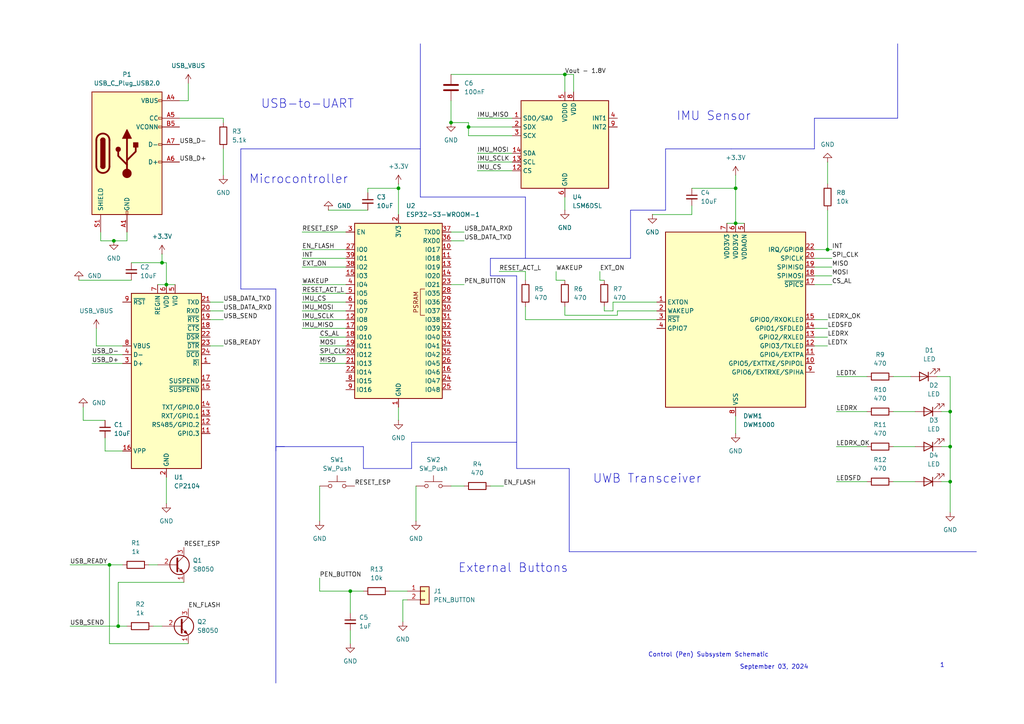
<source format=kicad_sch>
(kicad_sch (version 20231120) (generator "eeschema") (generator_version "8.0")
  (paper "A4")
  (lib_symbols
    (symbol "Connector:USB_C_Plug_USB2.0" (pin_names (offset 1.016))
      (property "Reference" "P" (at -10.16 19.05 0))
      (property "Value" "USB_C_Plug_USB2.0" (at 12.7 19.05 0))
      (symbol "USB_C_Plug_USB2.0_0_0"
        (rectangle (start -0.254 -17.78) (end 0.254 -16.764))
        (rectangle (start 10.16 -2.286) (end 9.144 -2.794))
        (rectangle (start 10.16 2.794) (end 9.144 2.286))
        (rectangle (start 10.16 7.874) (end 9.144 7.366))
        (rectangle (start 10.16 10.414) (end 9.144 9.906))
        (rectangle (start 10.16 15.494) (end 9.144 14.986))
      )
      (symbol "USB_C_Plug_USB2.0_0_1"
        (rectangle (start -10.16 17.78) (end 10.16 -17.78) (stroke (width 0.254)) (fill (type background)))
        (arc (start -8.89 -3.81) (mid -6.985 -5.7067) (end -5.08 -3.81) (stroke (width 0.508)))
        (arc (start -7.62 -3.81) (mid -6.985 -4.4423) (end -6.35 -3.81) (stroke (width 0.254)))
        (arc (start -7.62 -3.81) (mid -6.985 -4.4423) (end -6.35 -3.81) (stroke (width 0.254)) (fill (type outline)))
        (rectangle (start -7.62 -3.81) (end -6.35 3.81) (stroke (width 0.254)) (fill (type outline)))
        (arc (start -6.35 3.81) (mid -6.985 4.4423) (end -7.62 3.81) (stroke (width 0.254)))
        (arc (start -6.35 3.81) (mid -6.985 4.4423) (end -7.62 3.81) (stroke (width 0.254)) (fill (type outline)))
        (arc (start -5.08 3.81) (mid -6.985 5.7067) (end -8.89 3.81) (stroke (width 0.508)))
        (circle (center -2.54 1.143) (radius 0.635) (stroke (width 0.254)) (fill (type outline)))
        (circle (center 0 -5.842) (radius 1.27) (fill (type outline)))
        (polyline (pts (xy -8.89 -3.81) (xy -8.89 3.81)) (stroke (width 0.508)))
        (polyline (pts (xy -5.08 3.81) (xy -5.08 -3.81)) (stroke (width 0.508)))
        (polyline (pts (xy 0 -5.842) (xy 0 4.318)) (stroke (width 0.508)))
        (polyline (pts (xy 0 -3.302) (xy -2.54 -0.762) (xy -2.54 0.508)) (stroke (width 0.508)))
        (polyline (pts (xy 0 -2.032) (xy 2.54 0.508) (xy 2.54 1.778)) (stroke (width 0.508)))
        (polyline (pts (xy -1.27 4.318) (xy 0 6.858) (xy 1.27 4.318) (xy -1.27 4.318)) (stroke (width 0.254)) (fill (type outline)))
        (rectangle (start 1.905 1.778) (end 3.175 3.048) (stroke (width 0.254)) (fill (type outline)))
      )
      (symbol "USB_C_Plug_USB2.0_1_1"
        (pin passive line (at 0 -22.86 90) (length 5.08) (name "GND") (number "A1"))
        (pin passive line (at 0 -22.86 90) (length 5.08) hide (name "GND") (number "A12"))
        (pin passive line (at 15.24 15.24 180) (length 5.08) (name "VBUS") (number "A4"))
        (pin bidirectional line (at 15.24 10.16 180) (length 5.08) (name "CC") (number "A5"))
        (pin bidirectional line (at 15.24 -2.54 180) (length 5.08) (name "D+") (number "A6"))
        (pin bidirectional line (at 15.24 2.54 180) (length 5.08) (name "D-") (number "A7"))
        (pin passive line (at 15.24 15.24 180) (length 5.08) hide (name "VBUS") (number "A9"))
        (pin passive line (at 0 -22.86 90) (length 5.08) hide (name "GND") (number "B1"))
        (pin passive line (at 0 -22.86 90) (length 5.08) hide (name "GND") (number "B12"))
        (pin passive line (at 15.24 15.24 180) (length 5.08) hide (name "VBUS") (number "B4"))
        (pin bidirectional line (at 15.24 7.62 180) (length 5.08) (name "VCONN") (number "B5"))
        (pin passive line (at 15.24 15.24 180) (length 5.08) hide (name "VBUS") (number "B9"))
        (pin passive line (at -7.62 -22.86 90) (length 5.08) (name "SHIELD") (number "S1"))
      )
    )
    (symbol "Connector_Generic:Conn_01x02" (pin_names (offset 1.016) hide)
      (property "Reference" "J" (at 0 2.54 0))
      (property "Value" "Conn_01x02" (at 0 -5.08 0))
      (symbol "Conn_01x02_1_1"
        (rectangle (start -1.27 -2.413) (end 0 -2.667) (stroke (width 0.1524)))
        (rectangle (start -1.27 0.127) (end 0 -0.127) (stroke (width 0.1524)))
        (rectangle (start -1.27 1.27) (end 1.27 -3.81) (stroke (width 0.254)) (fill (type background)))
        (pin passive line (at -5.08 0 0) (length 3.81) (name "Pin_1") (number "1"))
        (pin passive line (at -5.08 -2.54 0) (length 3.81) (name "Pin_2") (number "2"))
      )
    )
    (symbol "Device:C" (pin_numbers hide) (pin_names (offset 0.254))
      (property "Reference" "C" (at 0.635 2.54 0))
      (property "Value" "C" (at 0.635 -2.54 0))
      (symbol "C_0_1"
        (polyline (pts (xy -2.032 -0.762) (xy 2.032 -0.762)) (stroke (width 0.508)))
        (polyline (pts (xy -2.032 0.762) (xy 2.032 0.762)) (stroke (width 0.508)))
      )
      (symbol "C_1_1"
        (pin passive line (at 0 3.81 270) (length 2.794) (name "~") (number "1"))
        (pin passive line (at 0 -3.81 90) (length 2.794) (name "~") (number "2"))
      )
    )
    (symbol "Device:C_Small" (pin_numbers hide) (pin_names (offset 0.254) hide)
      (property "Reference" "C" (at 0.254 1.778 0))
      (property "Value" "C_Small" (at 0.254 -2.032 0))
      (symbol "C_Small_0_1"
        (polyline (pts (xy -1.524 -0.508) (xy 1.524 -0.508)) (stroke (width 0.3302)))
        (polyline (pts (xy -1.524 0.508) (xy 1.524 0.508)) (stroke (width 0.3048)))
      )
      (symbol "C_Small_1_1"
        (pin passive line (at 0 2.54 270) (length 2.032) (name "~") (number "1"))
        (pin passive line (at 0 -2.54 90) (length 2.032) (name "~") (number "2"))
      )
    )
    (symbol "Device:LED" (pin_numbers hide) (pin_names (offset 1.016) hide)
      (property "Reference" "D" (at 0 2.54 0))
      (property "Value" "LED" (at 0 -2.54 0))
      (symbol "LED_0_1"
        (polyline (pts (xy -1.27 -1.27) (xy -1.27 1.27)) (stroke (width 0.254)))
        (polyline (pts (xy -1.27 0) (xy 1.27 0)))
        (polyline (pts (xy 1.27 -1.27) (xy 1.27 1.27) (xy -1.27 0) (xy 1.27 -1.27)) (stroke (width 0.254)))
        (polyline (pts (xy -3.048 -0.762) (xy -4.572 -2.286) (xy -3.81 -2.286) (xy -4.572 -2.286) (xy -4.572 -1.524)))
        (polyline (pts (xy -1.778 -0.762) (xy -3.302 -2.286) (xy -2.54 -2.286) (xy -3.302 -2.286) (xy -3.302 -1.524)))
      )
      (symbol "LED_1_1"
        (pin passive line (at -3.81 0 0) (length 2.54) (name "K") (number "1"))
        (pin passive line (at 3.81 0 180) (length 2.54) (name "A") (number "2"))
      )
    )
    (symbol "Device:R" (pin_numbers hide) (pin_names (offset 0))
      (property "Reference" "R" (at 2.032 0 90))
      (property "Value" "R" (at 0 0 90))
      (symbol "R_0_1"
        (rectangle (start -1.016 -2.54) (end 1.016 2.54) (stroke (width 0.254)))
      )
      (symbol "R_1_1"
        (pin passive line (at 0 3.81 270) (length 1.27) (name "~") (number "1"))
        (pin passive line (at 0 -3.81 90) (length 1.27) (name "~") (number "2"))
      )
    )
    (symbol "Interface_USB:CP2104"
      (property "Reference" "U" (at -5.08 28.575 0))
      (property "Value" "CP2104" (at -5.08 26.67 0))
      (symbol "CP2104_1_1"
        (rectangle (start -10.16 25.4) (end 10.16 -25.4) (stroke (width 0.254)) (fill (type background)))
        (pin input line (at 12.7 5.08 180) (length 2.54) (name "~{RI}") (number "1"))
        (pin no_connect line (at 10.16 -20.32 180) (length 2.54) hide (name "NC") (number "10"))
        (pin bidirectional line (at 12.7 -15.24 180) (length 2.54) (name "GPIO.3") (number "11"))
        (pin bidirectional line (at 12.7 -12.7 180) (length 2.54) (name "RS485/GPIO.2") (number "12"))
        (pin bidirectional line (at 12.7 -10.16 180) (length 2.54) (name "RXT/GPIO.1") (number "13"))
        (pin bidirectional line (at 12.7 -7.62 180) (length 2.54) (name "TXT/GPIO.0") (number "14"))
        (pin output line (at 12.7 -2.54 180) (length 2.54) (name "~{SUSPEND}") (number "15"))
        (pin passive line (at -12.7 -20.32 0) (length 2.54) (name "VPP") (number "16"))
        (pin output line (at 12.7 0 180) (length 2.54) (name "SUSPEND") (number "17"))
        (pin input line (at 12.7 15.24 180) (length 2.54) (name "~{CTS}") (number "18"))
        (pin output line (at 12.7 17.78 180) (length 2.54) (name "~{RTS}") (number "19"))
        (pin power_in line (at 0 -27.94 90) (length 2.54) (name "GND") (number "2"))
        (pin input line (at 12.7 20.32 180) (length 2.54) (name "RXD") (number "20"))
        (pin output line (at 12.7 22.86 180) (length 2.54) (name "TXD") (number "21"))
        (pin input line (at 12.7 12.7 180) (length 2.54) (name "~{DSR}") (number "22"))
        (pin output line (at 12.7 10.16 180) (length 2.54) (name "~{DTR}") (number "23"))
        (pin input line (at 12.7 7.62 180) (length 2.54) (name "~{DCD}") (number "24"))
        (pin passive line (at 0 -27.94 90) (length 2.54) hide (name "GND") (number "25"))
        (pin bidirectional line (at -12.7 5.08 0) (length 2.54) (name "D+") (number "3"))
        (pin bidirectional line (at -12.7 7.62 0) (length 2.54) (name "D-") (number "4"))
        (pin power_in line (at 2.54 27.94 270) (length 2.54) (name "VIO") (number "5"))
        (pin power_in line (at 0 27.94 270) (length 2.54) (name "VDD") (number "6"))
        (pin power_in line (at -2.54 27.94 270) (length 2.54) (name "REGIN") (number "7"))
        (pin input line (at -12.7 10.16 0) (length 2.54) (name "VBUS") (number "8"))
        (pin bidirectional line (at -12.7 22.86 0) (length 2.54) (name "~{RST}") (number "9"))
      )
    )
    (symbol "RF_Module:DWM1000"
      (property "Reference" "DWM" (at -17.78 26.67 0))
      (property "Value" "DWM1000" (at 15.875 26.67 0))
      (symbol "DWM1000_0_1"
        (rectangle (start -20.32 25.4) (end 20.32 -25.4) (stroke (width 0.254)) (fill (type background)))
      )
      (symbol "DWM1000_1_1"
        (pin output line (at -22.86 5.08 0) (length 2.54) (name "EXTON") (number "1"))
        (pin bidirectional line (at 22.86 -12.7 180) (length 2.54) (name "GPIO5/EXTTXE/SPIPOL") (number "10"))
        (pin bidirectional line (at 22.86 -10.16 180) (length 2.54) (name "GPIO4/EXTPA") (number "11"))
        (pin bidirectional line (at 22.86 -7.62 180) (length 2.54) (name "GPIO3/TXLED") (number "12"))
        (pin bidirectional line (at 22.86 -5.08 180) (length 2.54) (name "GPIO2/RXLED") (number "13"))
        (pin bidirectional line (at 22.86 -2.54 180) (length 2.54) (name "GPIO1/SFDLED") (number "14"))
        (pin bidirectional line (at 22.86 0 180) (length 2.54) (name "GPIO0/RXOKLED") (number "15"))
        (pin passive line (at 0 -27.94 90) (length 2.54) hide (name "VSS") (number "16"))
        (pin input line (at 22.86 10.16 180) (length 2.54) (name "~{SPICS}") (number "17"))
        (pin input line (at 22.86 12.7 180) (length 2.54) (name "SPIMOSI") (number "18"))
        (pin output line (at 22.86 15.24 180) (length 2.54) (name "SPIMISO") (number "19"))
        (pin bidirectional line (at -22.86 2.54 0) (length 2.54) (name "WAKEUP") (number "2"))
        (pin input line (at 22.86 17.78 180) (length 2.54) (name "SPICLK") (number "20"))
        (pin passive line (at 0 -27.94 90) (length 2.54) hide (name "VSS") (number "21"))
        (pin bidirectional line (at 22.86 20.32 180) (length 2.54) (name "IRQ/GPIO8") (number "22"))
        (pin passive line (at 0 -27.94 90) (length 2.54) hide (name "VSS") (number "23"))
        (pin passive line (at 0 -27.94 90) (length 2.54) hide (name "VSS") (number "24"))
        (pin bidirectional line (at -22.86 0 0) (length 2.54) (name "~{RST}") (number "3"))
        (pin bidirectional line (at -22.86 -2.54 0) (length 2.54) (name "GPIO7") (number "4"))
        (pin power_in line (at 2.54 27.94 270) (length 2.54) (name "VDDAON") (number "5"))
        (pin power_in line (at 0 27.94 270) (length 2.54) (name "VDD3V3") (number "6"))
        (pin power_in line (at -2.54 27.94 270) (length 2.54) (name "VDD3V3") (number "7"))
        (pin power_in line (at 0 -27.94 90) (length 2.54) (name "VSS") (number "8"))
        (pin bidirectional line (at 22.86 -15.24 180) (length 2.54) (name "GPIO6/EXTRXE/SPIHA") (number "9"))
      )
    )
    (symbol "RF_Module:ESP32-S3-WROOM-1"
      (property "Reference" "U" (at -12.7 26.67 0))
      (property "Value" "ESP32-S3-WROOM-1" (at 12.7 26.67 0))
      (symbol "ESP32-S3-WROOM-1_0_0"
        (rectangle (start -12.7 25.4) (end 12.7 -25.4) (stroke (width 0.254)) (fill (type background)))
        (text "PSRAM" (at 5.08 2.54 900) (effects (font (size 1.27 1.27))))
      )
      (symbol "ESP32-S3-WROOM-1_0_1"
        (polyline (pts (xy 7.62 -1.27) (xy 6.35 -1.27) (xy 6.35 6.35) (xy 7.62 6.35)))
      )
      (symbol "ESP32-S3-WROOM-1_1_1"
        (pin power_in line (at 0 -27.94 90) (length 2.54) (name "GND") (number "1"))
        (pin bidirectional line (at 15.24 17.78 180) (length 2.54) (name "IO17") (number "10"))
        (pin bidirectional line (at 15.24 15.24 180) (length 2.54) (name "IO18") (number "11"))
        (pin bidirectional line (at -15.24 -2.54 0) (length 2.54) (name "IO8") (number "12"))
        (pin bidirectional line (at 15.24 12.7 180) (length 2.54) (name "IO19") (number "13"))
        (pin bidirectional line (at 15.24 10.16 180) (length 2.54) (name "IO20") (number "14"))
        (pin bidirectional line (at -15.24 10.16 0) (length 2.54) (name "IO3") (number "15"))
        (pin bidirectional line (at 15.24 -17.78 180) (length 2.54) (name "IO46") (number "16"))
        (pin bidirectional line (at -15.24 -5.08 0) (length 2.54) (name "IO9") (number "17"))
        (pin bidirectional line (at -15.24 -7.62 0) (length 2.54) (name "IO10") (number "18"))
        (pin bidirectional line (at -15.24 -10.16 0) (length 2.54) (name "IO11") (number "19"))
        (pin power_in line (at 0 27.94 270) (length 2.54) (name "3V3") (number "2"))
        (pin bidirectional line (at -15.24 -12.7 0) (length 2.54) (name "IO12") (number "20"))
        (pin bidirectional line (at -15.24 -15.24 0) (length 2.54) (name "IO13") (number "21"))
        (pin bidirectional line (at -15.24 -17.78 0) (length 2.54) (name "IO14") (number "22"))
        (pin bidirectional line (at 15.24 7.62 180) (length 2.54) (name "IO21") (number "23"))
        (pin bidirectional line (at 15.24 -20.32 180) (length 2.54) (name "IO47") (number "24"))
        (pin bidirectional line (at 15.24 -22.86 180) (length 2.54) (name "IO48") (number "25"))
        (pin bidirectional line (at 15.24 -15.24 180) (length 2.54) (name "IO45") (number "26"))
        (pin bidirectional line (at -15.24 17.78 0) (length 2.54) (name "IO0") (number "27"))
        (pin bidirectional line (at 15.24 5.08 180) (length 2.54) (name "IO35") (number "28"))
        (pin bidirectional line (at 15.24 2.54 180) (length 2.54) (name "IO36") (number "29"))
        (pin input line (at -15.24 22.86 0) (length 2.54) (name "EN") (number "3"))
        (pin bidirectional line (at 15.24 0 180) (length 2.54) (name "IO37") (number "30"))
        (pin bidirectional line (at 15.24 -2.54 180) (length 2.54) (name "IO38") (number "31"))
        (pin bidirectional line (at 15.24 -5.08 180) (length 2.54) (name "IO39") (number "32"))
        (pin bidirectional line (at 15.24 -7.62 180) (length 2.54) (name "IO40") (number "33"))
        (pin bidirectional line (at 15.24 -10.16 180) (length 2.54) (name "IO41") (number "34"))
        (pin bidirectional line (at 15.24 -12.7 180) (length 2.54) (name "IO42") (number "35"))
        (pin bidirectional line (at 15.24 20.32 180) (length 2.54) (name "RXD0") (number "36"))
        (pin bidirectional line (at 15.24 22.86 180) (length 2.54) (name "TXD0") (number "37"))
        (pin bidirectional line (at -15.24 12.7 0) (length 2.54) (name "IO2") (number "38"))
        (pin bidirectional line (at -15.24 15.24 0) (length 2.54) (name "IO1") (number "39"))
        (pin bidirectional line (at -15.24 7.62 0) (length 2.54) (name "IO4") (number "4"))
        (pin passive line (at 0 -27.94 90) (length 2.54) hide (name "GND") (number "40"))
        (pin passive line (at 0 -27.94 90) (length 2.54) hide (name "GND") (number "41"))
        (pin bidirectional line (at -15.24 5.08 0) (length 2.54) (name "IO5") (number "5"))
        (pin bidirectional line (at -15.24 2.54 0) (length 2.54) (name "IO6") (number "6"))
        (pin bidirectional line (at -15.24 0 0) (length 2.54) (name "IO7") (number "7"))
        (pin bidirectional line (at -15.24 -20.32 0) (length 2.54) (name "IO15") (number "8"))
        (pin bidirectional line (at -15.24 -22.86 0) (length 2.54) (name "IO16") (number "9"))
      )
    )
    (symbol "Sensor_Motion:LSM6DSL"
      (property "Reference" "U" (at -11.43 15.24 0))
      (property "Value" "LSM6DSL" (at -11.43 12.7 0))
      (symbol "LSM6DSL_0_1"
        (rectangle (start -12.7 12.7) (end 12.7 -12.7) (stroke (width 0.254)) (fill (type background)))
      )
      (symbol "LSM6DSL_1_1"
        (pin bidirectional line (at -15.24 7.62 0) (length 2.54) (name "SDO/SA0") (number "1"))
        (pin no_connect line (at 12.7 -5.08 180) (length 3.81) hide (name "NC") (number "10"))
        (pin no_connect line (at 12.7 -2.54 180) (length 3.81) hide (name "NC") (number "11"))
        (pin input line (at -15.24 -7.62 0) (length 2.54) (name "CS") (number "12"))
        (pin input line (at -15.24 -5.08 0) (length 2.54) (name "SCL") (number "13"))
        (pin bidirectional line (at -15.24 -2.54 0) (length 2.54) (name "SDA") (number "14"))
        (pin bidirectional line (at -15.24 5.08 0) (length 2.54) (name "SDX") (number "2"))
        (pin input line (at -15.24 2.54 0) (length 2.54) (name "SCX") (number "3"))
        (pin output line (at 15.24 7.62 180) (length 2.54) (name "INT1") (number "4"))
        (pin power_in line (at 0 15.24 270) (length 2.54) (name "VDDIO") (number "5"))
        (pin power_in line (at 0 -15.24 90) (length 2.54) (name "GND") (number "6"))
        (pin passive line (at 0 -15.24 90) (length 2.54) hide (name "GND") (number "7"))
        (pin power_in line (at 2.54 15.24 270) (length 2.54) (name "VDD") (number "8"))
        (pin output line (at 15.24 5.08 180) (length 2.54) (name "INT2") (number "9"))
      )
    )
    (symbol "Switch:SW_Push" (pin_numbers hide) (pin_names (offset 1.016) hide)
      (property "Reference" "SW" (at 1.27 2.54 0))
      (property "Value" "SW_Push" (at 0 -1.524 0))
      (symbol "SW_Push_0_1"
        (circle (center -2.032 0) (radius 0.508))
        (polyline (pts (xy 0 1.27) (xy 0 3.048)))
        (polyline (pts (xy 2.54 1.27) (xy -2.54 1.27)))
        (circle (center 2.032 0) (radius 0.508))
        (pin passive line (at -5.08 0 0) (length 2.54) (name "1") (number "1"))
        (pin passive line (at 5.08 0 180) (length 2.54) (name "2") (number "2"))
      )
    )
    (symbol "Transistor_BJT:S8050" (pin_names (offset 0) hide)
      (property "Reference" "Q" (at 5.08 1.905 0))
      (property "Value" "S8050" (at 5.08 0 0))
      (symbol "S8050_0_1"
        (polyline (pts (xy 0 0) (xy 0.635 0)))
        (polyline (pts (xy 0.635 0.635) (xy 2.54 2.54)))
        (polyline (pts (xy 0.635 -0.635) (xy 2.54 -2.54) (xy 2.54 -2.54)))
        (polyline (pts (xy 0.635 1.905) (xy 0.635 -1.905) (xy 0.635 -1.905)) (stroke (width 0.508)))
        (polyline (pts (xy 1.27 -1.778) (xy 1.778 -1.27) (xy 2.286 -2.286) (xy 1.27 -1.778) (xy 1.27 -1.778)) (fill (type outline)))
        (circle (center 1.27 0) (radius 2.8194) (stroke (width 0.254)))
      )
      (symbol "S8050_1_1"
        (pin passive line (at 2.54 -5.08 90) (length 2.54) (name "E") (number "1"))
        (pin input line (at -5.08 0 0) (length 5.08) (name "B") (number "2"))
        (pin passive line (at 2.54 5.08 270) (length 2.54) (name "C") (number "3"))
      )
    )
    (symbol "power:+3.3V" (power) (pin_numbers hide) (pin_names (offset 0) hide)
      (property "Value" "+3.3V" (at 0 3.556 0))
      (symbol "+3.3V_0_1"
        (polyline (pts (xy -0.762 1.27) (xy 0 2.54)))
        (polyline (pts (xy 0 0) (xy 0 2.54)))
        (polyline (pts (xy 0 2.54) (xy 0.762 1.27)))
      )
      (symbol "+3.3V_1_1"
        (pin power_in line (at 0 0 90) (length 0) (name "~") (number "1"))
      )
    )
    (symbol "power:GND" (power) (pin_numbers hide) (pin_names (offset 0) hide)
      (property "Value" "GND" (at 0 -3.81 0))
      (symbol "GND_0_1"
        (polyline (pts (xy 0 0) (xy 0 -1.27) (xy 1.27 -1.27) (xy 0 -2.54) (xy -1.27 -1.27) (xy 0 -1.27)))
      )
      (symbol "GND_1_1"
        (pin power_in line (at 0 0 270) (length 0) (name "~") (number "1"))
      )
    )
  )
  (junction (at 115.57 54.61))
  (junction (at 31.75 163.83))
  (junction (at 275.59 139.7))
  (junction (at 213.36 64.77))
  (junction (at 46.99 76.2))
  (junction (at 48.26 82.55))
  (junction (at 33.02 69.85))
  (junction (at 101.6 171.45))
  (junction (at 130.81 35.56))
  (junction (at 135.89 36.83))
  (junction (at 275.59 119.38))
  (junction (at 163.83 21.59))
  (junction (at 275.59 129.54))
  (junction (at 240.03 72.39))
  (junction (at 34.29 181.61))
  (junction (at 213.36 54.61))
  (wire (pts (xy 64.77 92.71) (xy 60.96 92.71)))
  (wire (pts (xy 45.72 82.55) (xy 48.26 82.55)))
  (wire (pts (xy 273.05 119.38) (xy 275.59 119.38)))
  (wire (pts (xy 213.36 64.77) (xy 215.9 64.77)))
  (wire (pts (xy 144.78 78.74) (xy 152.4 78.74)))
  (wire (pts (xy 135.89 39.37) (xy 135.89 36.83)))
  (wire (pts (xy 179.07 91.44) (xy 163.83 91.44)))
  (wire (pts (xy 27.94 100.33) (xy 27.94 95.25)))
  (wire (pts (xy 35.56 130.81) (xy 30.48 130.81)))
  (polyline (pts (xy 165.1 135.89) (xy 165.1 160.02)))
  (polyline (pts (xy 182.88 74.93) (xy 142.24 74.93)))
  (wire (pts (xy 275.59 139.7) (xy 275.59 129.54)))
  (wire (pts (xy 54.61 29.21) (xy 54.61 24.13)))
  (wire (pts (xy 135.89 35.56) (xy 130.81 35.56)))
  (wire (pts (xy 30.48 121.92) (xy 24.13 121.92)))
  (wire (pts (xy 240.03 100.33) (xy 236.22 100.33)))
  (wire (pts (xy 120.65 140.97) (xy 120.65 151.13)))
  (wire (pts (xy 241.3 72.39) (xy 240.03 72.39)))
  (polyline (pts (xy 193.04 43.18) (xy 193.04 60.96)))
  (wire (pts (xy 163.83 91.44) (xy 163.83 88.9)))
  (polyline (pts (xy 69.85 43.18) (xy 69.85 83.82)))
  (wire (pts (xy 87.63 67.31) (xy 100.33 67.31)))
  (wire (pts (xy 46.99 76.2) (xy 46.99 73.66)))
  (wire (pts (xy 175.26 90.17) (xy 175.26 88.9)))
  (polyline (pts (xy 69.85 83.82) (xy 80.01 83.82)))
  (wire (pts (xy 166.37 26.67) (xy 166.37 21.59)))
  (wire (pts (xy 30.48 130.81) (xy 30.48 127)))
  (wire (pts (xy 259.08 109.22) (xy 264.16 109.22)))
  (wire (pts (xy 118.11 173.99) (xy 116.84 173.99)))
  (wire (pts (xy 26.67 102.87) (xy 35.56 102.87)))
  (wire (pts (xy 134.62 140.97) (xy 130.81 140.97)))
  (wire (pts (xy 26.67 105.41) (xy 35.56 105.41)))
  (wire (pts (xy 259.08 129.54) (xy 265.43 129.54)))
  (wire (pts (xy 36.83 69.85) (xy 33.02 69.85)))
  (wire (pts (xy 240.03 95.25) (xy 236.22 95.25)))
  (wire (pts (xy 35.56 163.83) (xy 31.75 163.83)))
  (wire (pts (xy 53.34 168.91) (xy 34.29 168.91)))
  (wire (pts (xy 64.77 90.17) (xy 60.96 90.17)))
  (polyline (pts (xy 149.86 80.01) (xy 149.86 135.89)))
  (wire (pts (xy 35.56 100.33) (xy 27.94 100.33)))
  (wire (pts (xy 29.21 69.85) (xy 33.02 69.85)))
  (wire (pts (xy 92.71 140.97) (xy 92.71 151.13)))
  (wire (pts (xy 242.57 129.54) (xy 251.46 129.54)))
  (polyline (pts (xy 236.22 43.18) (xy 236.22 34.29)))
  (wire (pts (xy 240.03 72.39) (xy 236.22 72.39)))
  (wire (pts (xy 36.83 67.31) (xy 36.83 69.85)))
  (wire (pts (xy 116.84 173.99) (xy 116.84 180.34)))
  (wire (pts (xy 213.36 54.61) (xy 213.36 64.77)))
  (wire (pts (xy 134.62 67.31) (xy 130.81 67.31)))
  (wire (pts (xy 271.78 109.22) (xy 275.59 109.22)))
  (polyline (pts (xy 80.01 198.12) (xy 80.01 129.54)))
  (wire (pts (xy 163.83 21.59) (xy 163.83 26.67)))
  (wire (pts (xy 113.03 171.45) (xy 118.11 171.45)))
  (wire (pts (xy 48.26 76.2) (xy 46.99 76.2)))
  (wire (pts (xy 130.81 29.21) (xy 130.81 35.56)))
  (wire (pts (xy 275.59 148.59) (xy 275.59 139.7)))
  (wire (pts (xy 210.82 64.77) (xy 213.36 64.77)))
  (polyline (pts (xy 149.86 135.89) (xy 165.1 135.89)))
  (wire (pts (xy 138.43 34.29) (xy 148.59 34.29)))
  (wire (pts (xy 190.5 87.63) (xy 177.8 87.63)))
  (wire (pts (xy 105.41 171.45) (xy 101.6 171.45)))
  (wire (pts (xy 173.99 81.28) (xy 175.26 81.28)))
  (wire (pts (xy 87.63 74.93) (xy 100.33 74.93)))
  (polyline (pts (xy 121.92 12.7) (xy 121.92 57.15)))
  (wire (pts (xy 200.66 62.23) (xy 200.66 59.69)))
  (wire (pts (xy 22.86 81.28) (xy 38.1 81.28)))
  (wire (pts (xy 101.6 182.88) (xy 101.6 186.69)))
  (wire (pts (xy 43.18 163.83) (xy 45.72 163.83)))
  (polyline (pts (xy 152.4 57.15) (xy 121.92 57.15)))
  (wire (pts (xy 87.63 85.09) (xy 100.33 85.09)))
  (wire (pts (xy 259.08 139.7) (xy 265.43 139.7)))
  (wire (pts (xy 31.75 186.69) (xy 31.75 163.83)))
  (polyline (pts (xy 193.04 60.96) (xy 182.88 60.96)))
  (polyline (pts (xy 165.1 160.02) (xy 283.21 160.02)))
  (wire (pts (xy 166.37 21.59) (xy 163.83 21.59)))
  (polyline (pts (xy 119.38 135.89) (xy 119.38 128.27)))
  (wire (pts (xy 138.43 44.45) (xy 148.59 44.45)))
  (wire (pts (xy 101.6 171.45) (xy 101.6 177.8)))
  (polyline (pts (xy 80.01 129.54) (xy 82.55 129.54)))
  (wire (pts (xy 242.57 109.22) (xy 251.46 109.22)))
  (wire (pts (xy 213.36 54.61) (xy 213.36 50.8)))
  (wire (pts (xy 106.68 54.61) (xy 115.57 54.61)))
  (wire (pts (xy 273.05 129.54) (xy 275.59 129.54)))
  (wire (pts (xy 241.3 77.47) (xy 236.22 77.47)))
  (wire (pts (xy 87.63 90.17) (xy 100.33 90.17)))
  (wire (pts (xy 115.57 118.11) (xy 115.57 121.92)))
  (wire (pts (xy 101.6 171.45) (xy 92.71 171.45)))
  (wire (pts (xy 34.29 168.91) (xy 34.29 181.61)))
  (wire (pts (xy 240.03 72.39) (xy 240.03 60.96)))
  (wire (pts (xy 242.57 119.38) (xy 251.46 119.38)))
  (polyline (pts (xy 142.24 80.01) (xy 149.86 80.01)))
  (wire (pts (xy 189.23 62.23) (xy 200.66 62.23)))
  (wire (pts (xy 44.45 181.61) (xy 46.99 181.61)))
  (polyline (pts (xy 119.38 128.27) (xy 149.86 128.27)))
  (wire (pts (xy 87.63 95.25) (xy 100.33 95.25)))
  (wire (pts (xy 190.5 90.17) (xy 179.07 90.17)))
  (wire (pts (xy 146.05 140.97) (xy 142.24 140.97)))
  (wire (pts (xy 152.4 78.74) (xy 152.4 81.28)))
  (polyline (pts (xy 105.41 129.54) (xy 105.41 135.89)))
  (wire (pts (xy 52.07 29.21) (xy 54.61 29.21)))
  (wire (pts (xy 148.59 36.83) (xy 135.89 36.83)))
  (wire (pts (xy 213.36 120.65) (xy 213.36 125.73)))
  (wire (pts (xy 87.63 72.39) (xy 100.33 72.39)))
  (wire (pts (xy 31.75 163.83) (xy 20.32 163.83)))
  (wire (pts (xy 161.29 81.28) (xy 163.83 81.28)))
  (wire (pts (xy 64.77 100.33) (xy 60.96 100.33)))
  (wire (pts (xy 275.59 129.54) (xy 275.59 119.38)))
  (wire (pts (xy 24.13 121.92) (xy 24.13 118.11)))
  (wire (pts (xy 34.29 181.61) (xy 20.32 181.61)))
  (polyline (pts (xy 236.22 34.29) (xy 260.35 34.29)))
  (wire (pts (xy 275.59 119.38) (xy 275.59 109.22)))
  (wire (pts (xy 241.3 74.93) (xy 236.22 74.93)))
  (wire (pts (xy 92.71 100.33) (xy 100.33 100.33)))
  (wire (pts (xy 64.77 34.29) (xy 64.77 35.56)))
  (wire (pts (xy 92.71 102.87) (xy 100.33 102.87)))
  (wire (pts (xy 134.62 69.85) (xy 130.81 69.85)))
  (wire (pts (xy 273.05 139.7) (xy 275.59 139.7)))
  (wire (pts (xy 173.99 78.74) (xy 173.99 81.28)))
  (wire (pts (xy 177.8 87.63) (xy 177.8 90.17)))
  (polyline (pts (xy 121.92 43.18) (xy 69.85 43.18)))
  (wire (pts (xy 48.26 82.55) (xy 48.26 76.2)))
  (wire (pts (xy 48.26 138.43) (xy 48.26 146.05)))
  (wire (pts (xy 38.1 76.2) (xy 46.99 76.2)))
  (wire (pts (xy 240.03 97.79) (xy 236.22 97.79)))
  (polyline (pts (xy 105.41 135.89) (xy 119.38 135.89)))
  (wire (pts (xy 92.71 171.45) (xy 92.71 167.64)))
  (wire (pts (xy 29.21 67.31) (xy 29.21 69.85)))
  (polyline (pts (xy 212.09 43.18) (xy 193.04 43.18)))
  (wire (pts (xy 87.63 92.71) (xy 100.33 92.71)))
  (wire (pts (xy 64.77 43.18) (xy 64.77 50.8)))
  (polyline (pts (xy 80.01 129.54) (xy 105.41 129.54)))
  (wire (pts (xy 54.61 186.69) (xy 31.75 186.69)))
  (polyline (pts (xy 142.24 74.93) (xy 142.24 80.01)))
  (wire (pts (xy 36.83 181.61) (xy 34.29 181.61)))
  (wire (pts (xy 200.66 54.61) (xy 213.36 54.61)))
  (polyline (pts (xy 212.09 43.18) (xy 236.22 43.18)))
  (wire (pts (xy 138.43 49.53) (xy 148.59 49.53)))
  (wire (pts (xy 95.25 60.96) (xy 106.68 60.96)))
  (wire (pts (xy 134.62 82.55) (xy 130.81 82.55)))
  (polyline (pts (xy 80.01 83.82) (xy 80.01 130.81)))
  (wire (pts (xy 242.57 139.7) (xy 251.46 139.7)))
  (wire (pts (xy 64.77 87.63) (xy 60.96 87.63)))
  (wire (pts (xy 163.83 57.15) (xy 163.83 60.96)))
  (wire (pts (xy 106.68 54.61) (xy 106.68 55.88)))
  (wire (pts (xy 48.26 82.55) (xy 50.8 82.55)))
  (wire (pts (xy 135.89 36.83) (xy 135.89 35.56)))
  (wire (pts (xy 52.07 34.29) (xy 64.77 34.29)))
  (wire (pts (xy 190.5 92.71) (xy 152.4 92.71)))
  (wire (pts (xy 138.43 46.99) (xy 148.59 46.99)))
  (wire (pts (xy 115.57 53.34) (xy 115.57 54.61)))
  (wire (pts (xy 100.33 97.79) (xy 92.71 97.79)))
  (wire (pts (xy 161.29 78.74) (xy 161.29 81.28)))
  (wire (pts (xy 240.03 46.99) (xy 240.03 53.34)))
  (wire (pts (xy 130.81 21.59) (xy 163.83 21.59)))
  (wire (pts (xy 241.3 80.01) (xy 236.22 80.01)))
  (wire (pts (xy 179.07 90.17) (xy 179.07 91.44)))
  (wire (pts (xy 177.8 90.17) (xy 175.26 90.17)))
  (wire (pts (xy 240.03 92.71) (xy 236.22 92.71)))
  (wire (pts (xy 87.63 87.63) (xy 100.33 87.63)))
  (wire (pts (xy 148.59 39.37) (xy 135.89 39.37)))
  (wire (pts (xy 87.63 82.55) (xy 100.33 82.55)))
  (polyline (pts (xy 182.88 60.96) (xy 182.88 74.93)))
  (wire (pts (xy 241.3 82.55) (xy 236.22 82.55)))
  (wire (pts (xy 259.08 119.38) (xy 265.43 119.38)))
  (polyline (pts (xy 152.4 74.93) (xy 152.4 57.15)))
  (wire (pts (xy 115.57 54.61) (xy 115.57 62.23)))
  (polyline (pts (xy 260.35 12.7) (xy 260.35 34.29)))
  (wire (pts (xy 87.63 77.47) (xy 100.33 77.47)))
  (wire (pts (xy 152.4 92.71) (xy 152.4 88.9)))
  (wire (pts (xy 92.71 105.41) (xy 100.33 105.41)))
  (text "September 03, 2024" (at 224.536 193.548 0) (effects (font (size 1.27 1.27))))
  (text "Microcontroller\n" (at 86.614 52.07 0) (effects (font (size 2.54 2.54))))
  (text "1\n" (at 273.304 193.04 0) (effects (font (size 1.27 1.27))))
  (text "External Buttons" (at 148.844 164.846 0) (effects (font (size 2.54 2.54))))
  (text "USB-to-UART " (at 90.17 30.226 0) (effects (font (size 2.54 2.54))))
  (text "IMU Sensor\n\n" (at 207.01 35.814 0) (effects (font (size 2.54 2.54))))
  (text "UWB Transceiver\n" (at 187.706 138.938 0) (effects (font (size 2.54 2.54))))
  (text "Control (Pen) Subsystem Schematic\n" (at 205.486 189.992 0) (effects (font (size 1.27 1.27))))
  (label "EXT_ON" (at 173.99 78.74 0))
  (label "CS_AL" (at 92.71 97.79 0))
  (label "RESET_ESP" (at 53.34 158.75 0))
  (label "USB_DATA_RXD" (at 64.77 90.17 0))
  (label "EN_FLASH" (at 54.61 176.53 0))
  (label "LEDRX" (at 242.57 119.38 0))
  (label "LEDRX" (at 240.03 97.79 0))
  (label "IMU_MISO" (at 138.43 34.29 0))
  (label "IMU_CS" (at 138.43 49.53 0))
  (label "LEDRX_OK" (at 240.03 92.71 0))
  (label "Vout - 1.8V" (at 163.83 21.59 0))
  (label "WAKEUP" (at 161.29 78.74 0))
  (label "IMU_MISO" (at 87.63 95.25 0))
  (label "PEN_BUTTON" (at 134.62 82.55 0))
  (label "IMU_SCLK" (at 87.63 92.71 0))
  (label "IMU_MOSI" (at 87.63 90.17 0))
  (label "USB_D-" (at 52.07 41.91 0))
  (label "USB_D+" (at 26.67 105.41 0))
  (label "RESET_ESP" (at 87.63 67.31 0))
  (label "USB_SEND" (at 20.32 181.61 0))
  (label "USB_D+" (at 52.07 46.99 0))
  (label "MOSI" (at 241.3 80.01 0))
  (label "EN_FLASH" (at 146.05 140.97 0))
  (label "LEDSFD" (at 240.03 95.25 0))
  (label "LEDTX" (at 242.57 109.22 0))
  (label "USB_READY" (at 20.32 163.83 0))
  (label "WAKEUP" (at 87.63 82.55 0))
  (label "EN_FLASH" (at 87.63 72.39 0))
  (label "SPI_CLK" (at 92.71 102.87 0))
  (label "USB_DATA_TXD" (at 134.62 69.85 0))
  (label "RESET_ACT_L" (at 144.78 78.74 0))
  (label "INT" (at 241.3 72.39 0))
  (label "RESET_ESP" (at 102.87 140.97 0))
  (label "USB_SEND" (at 64.77 92.71 0))
  (label "MISO" (at 241.3 77.47 0))
  (label "USB_DATA_TXD" (at 64.77 87.63 0))
  (label "MISO" (at 92.71 105.41 0))
  (label "USB_READY" (at 64.77 100.33 0))
  (label "SPI_CLK" (at 241.3 74.93 0))
  (label "IMU_CS" (at 87.63 87.63 0))
  (label "USB_DATA_RXD" (at 134.62 67.31 0))
  (label "LEDTX" (at 240.03 100.33 0))
  (label "LEDSFD" (at 242.57 139.7 0))
  (label "LEDRX_OK" (at 242.57 129.54 0))
  (label "USB_D-" (at 26.67 102.87 0))
  (label "CS_AL" (at 241.3 82.55 0))
  (label "IMU_SCLK" (at 138.43 46.99 0))
  (label "EXT_ON" (at 87.63 77.47 0))
  (label "PEN_BUTTON" (at 92.71 167.64 0))
  (label "IMU_MOSI" (at 138.43 44.45 0))
  (label "INT" (at 87.63 74.93 0))
  (label "RESET_ACT_L" (at 87.63 85.09 0))
  (label "MOSI" (at 92.71 100.33 0))
  (symbol (lib_id "power:GND") (at 189.23 62.23 0) (unit 1)
    (property "Reference" "#PWR014" (effects (hide yes)))
    (property "Value" "GND" (at 189.23 67.31 0))
    (property "Description" "Power symbol creates a global label with name \"GND\" , ground" (effects (hide yes)))
  )
  (symbol (lib_id "Switch:SW_Push") (at 97.79 140.97 0) (unit 1)
    (property "Reference" "SW1" (at 97.79 133.35 0))
    (property "Value" "SW_Push" (at 97.79 135.89 0))
    (property "Description" "Push button switch, generic, two pins" (effects (hide yes)))
  )
  (symbol (lib_id "power:+3.3V") (at 27.94 95.25 0) (unit 1)
    (property "Reference" "#PWR03" (effects (hide yes)))
    (property "Value" "USB_VBUS" (at 27.94 90.17 0))
    (property "Description" "Power symbol creates a global label with name \"+3.3V\"" (effects (hide yes)))
  )
  (symbol (lib_id "RF_Module:DWM1000") (at 213.36 92.71 0) (unit 1)
    (property "Reference" "DWM1" (at 215.5541 120.65 0) (effects (justify left)))
    (property "Value" "DWM1000" (at 215.5541 123.19 0) (effects (justify left)))
    (property "Footprint" "RF_Module:DWM1000" (effects (hide yes)))
    (property "Datasheet" "https://www.decawave.com/sites/default/files/resources/dwm1000-datasheet-v1.3.pdf" (effects (hide yes)))
    (property "Description" "Ultra wide band RF module With ranging location capabilities" (effects (hide yes)))
  )
  (symbol (lib_id "Transistor_BJT:S8050") (at 50.8 163.83 0) (unit 1)
    (property "Reference" "Q1" (at 55.88 162.5599 0) (effects (justify left)))
    (property "Value" "S8050" (at 55.88 165.0999 0) (effects (justify left)))
    (property "Footprint" "Package_TO_SOT_THT:TO-92_Inline" (effects (hide yes)))
    (property "Datasheet" "http://www.unisonic.com.tw/datasheet/S8050.pdf" (effects (hide yes)))
    (property "Description" "0.7A Ic, 20V Vce, Low Voltage High Current NPN Transistor, TO-92" (effects (hide yes)))
  )
  (symbol (lib_id "Device:R") (at 163.83 85.09 0) (unit 1)
    (property "Reference" "R6" (at 166.37 83.8199 0) (effects (justify left)))
    (property "Value" "470" (at 166.37 86.3599 0) (effects (justify left)))
    (property "Description" "Resistor" (effects (hide yes)))
  )
  (symbol (lib_id "Device:C_Small") (at 200.66 57.15 0) (unit 1)
    (property "Reference" "C4" (at 203.2 55.8862 0) (effects (justify left)))
    (property "Value" "10uF" (at 203.2 58.4262 0) (effects (justify left)))
    (property "Description" "Unpolarized capacitor, small symbol" (effects (hide yes)))
  )
  (symbol (lib_id "power:GND") (at 116.84 180.34 0) (unit 1)
    (property "Reference" "#PWR019" (effects (hide yes)))
    (property "Value" "GND" (at 116.84 185.42 0))
    (property "Description" "Power symbol creates a global label with name \"GND\" , ground" (effects (hide yes)))
  )
  (symbol (lib_id "power:+3.3V") (at 46.99 73.66 0) (unit 1)
    (property "Reference" "#PWR05" (effects (hide yes)))
    (property "Value" "+3.3V" (at 46.99 68.58 0))
    (property "Description" "Power symbol creates a global label with name \"+3.3V\"" (effects (hide yes)))
  )
  (symbol (lib_id "power:GND") (at 48.26 146.05 0) (unit 1)
    (property "Reference" "#PWR06" (effects (hide yes)))
    (property "Value" "GND" (at 48.26 151.13 0))
    (property "Description" "Power symbol creates a global label with name \"GND\" , ground" (effects (hide yes)))
  )
  (symbol (lib_id "power:GND") (at 240.03 46.99 180) (unit 1)
    (property "Reference" "#PWR017" (effects (hide yes)))
    (property "Value" "GND" (at 240.03 41.91 0))
    (property "Description" "Power symbol creates a global label with name \"GND\" , ground" (effects (hide yes)))
  )
  (symbol (lib_id "Device:R") (at 255.27 129.54 270) (unit 1)
    (property "Reference" "R11" (at 255.27 123.19 90))
    (property "Value" "470" (at 255.27 125.73 90))
    (property "Description" "Resistor" (effects (hide yes)))
  )
  (symbol (lib_id "Device:C_Small") (at 30.48 124.46 0) (unit 1)
    (property "Reference" "C1" (at 33.02 123.1962 0) (effects (justify left)))
    (property "Value" "10uF" (at 33.02 125.7362 0) (effects (justify left)))
    (property "Description" "Unpolarized capacitor, small symbol" (effects (hide yes)))
  )
  (symbol (lib_id "power:GND") (at 24.13 118.11 180) (unit 1)
    (property "Reference" "#PWR02" (effects (hide yes)))
    (property "Value" "GND" (at 26.67 116.8399 0) (effects (justify right)))
    (property "Description" "Power symbol creates a global label with name \"GND\" , ground" (effects (hide yes)))
  )
  (symbol (lib_id "Device:R") (at 175.26 85.09 0) (unit 1)
    (property "Reference" "R7" (at 177.8 83.8199 0) (effects (justify left)))
    (property "Value" "470" (at 177.8 86.3599 0) (effects (justify left)))
    (property "Description" "Resistor" (effects (hide yes)))
  )
  (symbol (lib_id "power:GND") (at 213.36 125.73 0) (unit 1)
    (property "Reference" "#PWR016" (effects (hide yes)))
    (property "Value" "GND" (at 213.36 130.81 0))
    (property "Description" "Power symbol creates a global label with name \"GND\" , ground" (effects (hide yes)))
  )
  (symbol (lib_id "power:GND") (at 92.71 151.13 0) (unit 1)
    (property "Reference" "#PWR09" (effects (hide yes)))
    (property "Value" "GND" (at 92.71 156.21 0))
    (property "Description" "Power symbol creates a global label with name \"GND\" , ground" (effects (hide yes)))
  )
  (symbol (lib_id "Device:C_Small") (at 38.1 78.74 0) (unit 1)
    (property "Reference" "C2" (at 40.64 77.4762 0) (effects (justify left)))
    (property "Value" "10uF" (at 40.64 80.0162 0) (effects (justify left)))
    (property "Description" "Unpolarized capacitor, small symbol" (effects (hide yes)))
  )
  (symbol (lib_id "power:+3.3V") (at 213.36 50.8 0) (unit 1)
    (property "Reference" "#PWR015" (effects (hide yes)))
    (property "Value" "+3.3V" (at 213.36 45.72 0))
    (property "Description" "Power symbol creates a global label with name \"+3.3V\"" (effects (hide yes)))
  )
  (symbol (lib_id "Switch:SW_Push") (at 125.73 140.97 0) (unit 1)
    (property "Reference" "SW2" (at 125.73 133.35 0))
    (property "Value" "SW_Push" (at 125.73 135.89 0))
    (property "Description" "Push button switch, generic, two pins" (effects (hide yes)))
  )
  (symbol (lib_id "Device:LED") (at 267.97 109.22 180) (unit 1)
    (property "Reference" "D1" (at 269.5575 101.6 0))
    (property "Value" "LED" (at 269.5575 104.14 0))
    (property "Description" "Light emitting diode" (effects (hide yes)))
  )
  (symbol (lib_id "Device:R") (at 40.64 181.61 90) (unit 1)
    (property "Reference" "R2" (at 40.64 175.26 90))
    (property "Value" "1k" (at 40.64 177.8 90))
    (property "Description" "Resistor" (effects (hide yes)))
  )
  (symbol (lib_id "power:GND") (at 163.83 60.96 0) (unit 1)
    (property "Reference" "#PWR021" (effects (hide yes)))
    (property "Value" "GND" (at 163.83 66.04 0))
    (property "Description" "Power symbol creates a global label with name \"GND\" , ground" (effects (hide yes)))
  )
  (symbol (lib_id "Device:R") (at 152.4 85.09 0) (unit 1)
    (property "Reference" "R5" (at 154.94 83.8199 0) (effects (justify left)))
    (property "Value" "470" (at 154.94 86.3599 0) (effects (justify left)))
    (property "Description" "Resistor" (effects (hide yes)))
  )
  (symbol (lib_id "Device:R") (at 39.37 163.83 90) (unit 1)
    (property "Reference" "R1" (at 39.37 157.48 90))
    (property "Value" "1k" (at 39.37 160.02 90))
    (property "Description" "Resistor" (effects (hide yes)))
  )
  (symbol (lib_id "Device:LED") (at 269.24 129.54 180) (unit 1)
    (property "Reference" "D3" (at 270.8275 121.92 0))
    (property "Value" "LED" (at 270.8275 124.46 0))
    (property "Description" "Light emitting diode" (effects (hide yes)))
  )
  (symbol (lib_id "Connector_Generic:Conn_01x02") (at 123.19 171.45 0) (unit 1)
    (property "Reference" "J1" (at 125.73 171.4499 0) (effects (justify left)))
    (property "Value" "PEN_BUTTON" (at 125.73 173.9899 0) (effects (justify left)))
    (property "Description" "Generic connector, single row, 01x02, script generated (kicad-library-utils/schlib/autogen/connector/)" (effects (hide yes)))
  )
  (symbol (lib_id "power:GND") (at 64.77 50.8 0) (unit 1)
    (property "Reference" "#PWR08" (effects (hide yes)))
    (property "Value" "GND" (at 64.77 55.88 0))
    (property "Description" "Power symbol creates a global label with name \"GND\" , ground" (effects (hide yes)))
  )
  (symbol (lib_id "Device:R") (at 138.43 140.97 270) (unit 1)
    (property "Reference" "R4" (at 138.43 134.62 90))
    (property "Value" "470" (at 138.43 137.16 90))
    (property "Description" "Resistor" (effects (hide yes)))
  )
  (symbol (lib_id "Device:R") (at 255.27 109.22 270) (unit 1)
    (property "Reference" "R9" (at 255.27 102.87 90))
    (property "Value" "470" (at 255.27 105.41 90))
    (property "Description" "Resistor" (effects (hide yes)))
  )
  (symbol (lib_id "power:GND") (at 33.02 69.85 0) (unit 1)
    (property "Reference" "#PWR04" (effects (hide yes)))
    (property "Value" "GND" (at 33.02 74.93 0))
    (property "Description" "Power symbol creates a global label with name \"GND\" , ground" (effects (hide yes)))
  )
  (symbol (lib_id "Device:R") (at 109.22 171.45 270) (unit 1)
    (property "Reference" "R13" (at 109.22 165.1 90))
    (property "Value" "10k" (at 109.22 167.64 90))
    (property "Description" "Resistor" (effects (hide yes)))
  )
  (symbol (lib_id "power:GND") (at 275.59 148.59 0) (unit 1)
    (property "Reference" "#PWR018" (effects (hide yes)))
    (property "Value" "GND" (at 275.59 153.67 0))
    (property "Description" "Power symbol creates a global label with name \"GND\" , ground" (effects (hide yes)))
  )
  (symbol (lib_id "power:GND") (at 95.25 60.96 180) (unit 1)
    (property "Reference" "#PWR010" (effects (hide yes)))
    (property "Value" "GND" (at 97.79 59.6899 0) (effects (justify right)))
    (property "Description" "Power symbol creates a global label with name \"GND\" , ground" (effects (hide yes)))
  )
  (symbol (lib_id "Device:LED") (at 269.24 139.7 180) (unit 1)
    (property "Reference" "D4" (at 270.8275 132.08 0))
    (property "Value" "LED" (at 270.8275 134.62 0))
    (property "Description" "Light emitting diode" (effects (hide yes)))
  )
  (symbol (lib_id "Device:C_Small") (at 101.6 180.34 0) (unit 1)
    (property "Reference" "C5" (at 104.14 179.0762 0) (effects (justify left)))
    (property "Value" "1uF" (at 104.14 181.6162 0) (effects (justify left)))
    (property "Description" "Unpolarized capacitor, small symbol" (effects (hide yes)))
  )
  (symbol (lib_id "Sensor_Motion:LSM6DSL") (at 163.83 41.91 0) (unit 1)
    (property "Reference" "U4" (at 166.0241 57.15 0) (effects (justify left)))
    (property "Value" "LSM6DSL" (at 166.0241 59.69 0) (effects (justify left)))
    (property "Footprint" "Package_LGA:LGA-14_3x2.5mm_P0.5mm_LayoutBorder3x4y" (effects (hide yes)))
    (property "Datasheet" "https://www.st.com/resource/en/datasheet/lsm6dsl.pdf" (effects (hide yes)))
    (property "Description" "I2C/SPI, iNEMO inertial module: always-on 3D accelerometer and 3D gyroscope, 1.71V to 3.6V VCC" (effects (hide yes)))
  )
  (symbol (lib_id "power:GND") (at 120.65 151.13 0) (unit 1)
    (property "Reference" "#PWR013" (effects (hide yes)))
    (property "Value" "GND" (at 120.65 156.21 0))
    (property "Description" "Power symbol creates a global label with name \"GND\" , ground" (effects (hide yes)))
  )
  (symbol (lib_id "Transistor_BJT:S8050") (at 52.07 181.61 0) (unit 1)
    (property "Reference" "Q2" (at 57.15 180.3399 0) (effects (justify left)))
    (property "Value" "S8050" (at 57.15 182.8799 0) (effects (justify left)))
    (property "Footprint" "Package_TO_SOT_THT:TO-92_Inline" (effects (hide yes)))
    (property "Datasheet" "http://www.unisonic.com.tw/datasheet/S8050.pdf" (effects (hide yes)))
    (property "Description" "0.7A Ic, 20V Vce, Low Voltage High Current NPN Transistor, TO-92" (effects (hide yes)))
  )
  (symbol (lib_id "Interface_USB:CP2104") (at 48.26 110.49 0) (unit 1)
    (property "Reference" "U1" (at 50.4541 138.43 0) (effects (justify left)))
    (property "Value" "CP2104" (at 50.4541 140.97 0) (effects (justify left)))
    (property "Footprint" "Package_DFN_QFN:QFN-24-1EP_4x4mm_P0.5mm_EP2.6x2.6mm" (effects (hide yes)))
    (property "Datasheet" "https://www.silabs.com/documents/public/data-sheets/cp2104.pdf" (effects (hide yes)))
    (property "Description" "Single-Chip USB-to-UART Bridge, USB 2.0 Full-Speed, 2Mbps UART, QFN-24" (effects (hide yes)))
  )
  (symbol (lib_id "Device:R") (at 64.77 39.37 0) (unit 1)
    (property "Reference" "R3" (at 67.31 38.0999 0) (effects (justify left)))
    (property "Value" "5.1k" (at 67.31 40.6399 0) (effects (justify left)))
    (property "Description" "Resistor" (effects (hide yes)))
  )
  (symbol (lib_id "Device:R") (at 255.27 139.7 270) (unit 1)
    (property "Reference" "R12" (at 255.27 133.35 90))
    (property "Value" "470" (at 255.27 135.89 90))
    (property "Description" "Resistor" (effects (hide yes)))
  )
  (symbol (lib_id "power:GND") (at 101.6 186.69 0) (unit 1)
    (property "Reference" "#PWR020" (effects (hide yes)))
    (property "Value" "GND" (at 101.6 191.77 0))
    (property "Description" "Power symbol creates a global label with name \"GND\" , ground" (effects (hide yes)))
  )
  (symbol (lib_id "power:GND") (at 22.86 81.28 180) (unit 1)
    (property "Reference" "#PWR01" (effects (hide yes)))
    (property "Value" "GND" (at 25.4 80.0099 0) (effects (justify right)))
    (property "Description" "Power symbol creates a global label with name \"GND\" , ground" (effects (hide yes)))
  )
  (symbol (lib_id "Connector:USB_C_Plug_USB2.0") (at 36.83 44.45 0) (unit 1)
    (property "Reference" "P1" (at 36.83 21.59 0))
    (property "Value" "USB_C_Plug_USB2.0" (at 36.83 24.13 0))
    (property "Datasheet" "https://www.usb.org/sites/default/files/documents/usb_type-c.zip" (effects (hide yes)))
    (property "Description" "USB 2.0-only Type-C Plug connector" (effects (hide yes)))
  )
  (symbol (lib_id "power:+3.3V") (at 54.61 24.13 0) (unit 1)
    (property "Reference" "#PWR07" (effects (hide yes)))
    (property "Value" "USB_VBUS" (at 54.61 19.05 0))
    (property "Description" "Power symbol creates a global label with name \"+3.3V\"" (effects (hide yes)))
  )
  (symbol (lib_id "Device:C") (at 130.81 25.4 0) (unit 1)
    (property "Reference" "C6" (at 134.62 24.1299 0) (effects (justify left)))
    (property "Value" "100nF" (at 134.62 26.6699 0) (effects (justify left)))
    (property "Description" "Unpolarized capacitor" (effects (hide yes)))
  )
  (symbol (lib_id "Device:LED") (at 269.24 119.38 180) (unit 1)
    (property "Reference" "D2" (at 270.8275 111.76 0))
    (property "Value" "LED" (at 270.8275 114.3 0))
    (property "Description" "Light emitting diode" (effects (hide yes)))
  )
  (symbol (lib_id "power:GND") (at 130.81 35.56 0) (unit 1)
    (property "Reference" "#PWR022" (effects (hide yes)))
    (property "Value" "GND" (at 130.81 40.64 0))
    (property "Description" "Power symbol creates a global label with name \"GND\" , ground" (effects (hide yes)))
  )
  (symbol (lib_id "RF_Module:ESP32-S3-WROOM-1") (at 115.57 90.17 0) (unit 1)
    (property "Reference" "U2" (at 117.7641 59.69 0) (effects (justify left)))
    (property "Value" "ESP32-S3-WROOM-1" (at 117.7641 62.23 0) (effects (justify left)))
    (property "Footprint" "RF_Module:ESP32-S3-WROOM-1" (effects (hide yes)))
    (property "Datasheet" "https://www.espressif.com/sites/default/files/documentation/esp32-s3-wroom-1_wroom-1u_datasheet_en.pdf" (effects (hide yes)))
    (property "Description" "RF Module, ESP32-S3 SoC, Wi-Fi 802.11b/g/n, Bluetooth, BLE, 32-bit, 3.3V, onboard antenna, SMD" (effects (hide yes)))
  )
  (symbol (lib_id "Device:R") (at 240.03 57.15 0) (unit 1)
    (property "Reference" "R8" (at 242.57 55.8799 0) (effects (justify left)))
    (property "Value" "10k" (at 242.57 58.4199 0) (effects (justify left)))
    (property "Description" "Resistor" (effects (hide yes)))
  )
  (symbol (lib_id "Device:C_Small") (at 106.68 58.42 0) (unit 1)
    (property "Reference" "C3" (at 109.22 57.1562 0) (effects (justify left)))
    (property "Value" "10uF" (at 109.22 59.6962 0) (effects (justify left)))
    (property "Description" "Unpolarized capacitor, small symbol" (effects (hide yes)))
  )
  (symbol (lib_id "power:+3.3V") (at 115.57 53.34 0) (unit 1)
    (property "Reference" "#PWR011" (effects (hide yes)))
    (property "Value" "+3.3V" (at 115.57 48.26 0))
    (property "Description" "Power symbol creates a global label with name \"+3.3V\"" (effects (hide yes)))
  )
  (symbol (lib_id "Device:R") (at 255.27 119.38 270) (unit 1)
    (property "Reference" "R10" (at 255.27 113.03 90))
    (property "Value" "470" (at 255.27 115.57 90))
    (property "Description" "Resistor" (effects (hide yes)))
  )
  (symbol (lib_id "power:GND") (at 115.57 121.92 0) (unit 1)
    (property "Reference" "#PWR012" (effects (hide yes)))
    (property "Value" "GND" (at 115.57 127 0))
    (property "Description" "Power symbol creates a global label with name \"GND\" , ground" (effects (hide yes)))
  )
)
</source>
